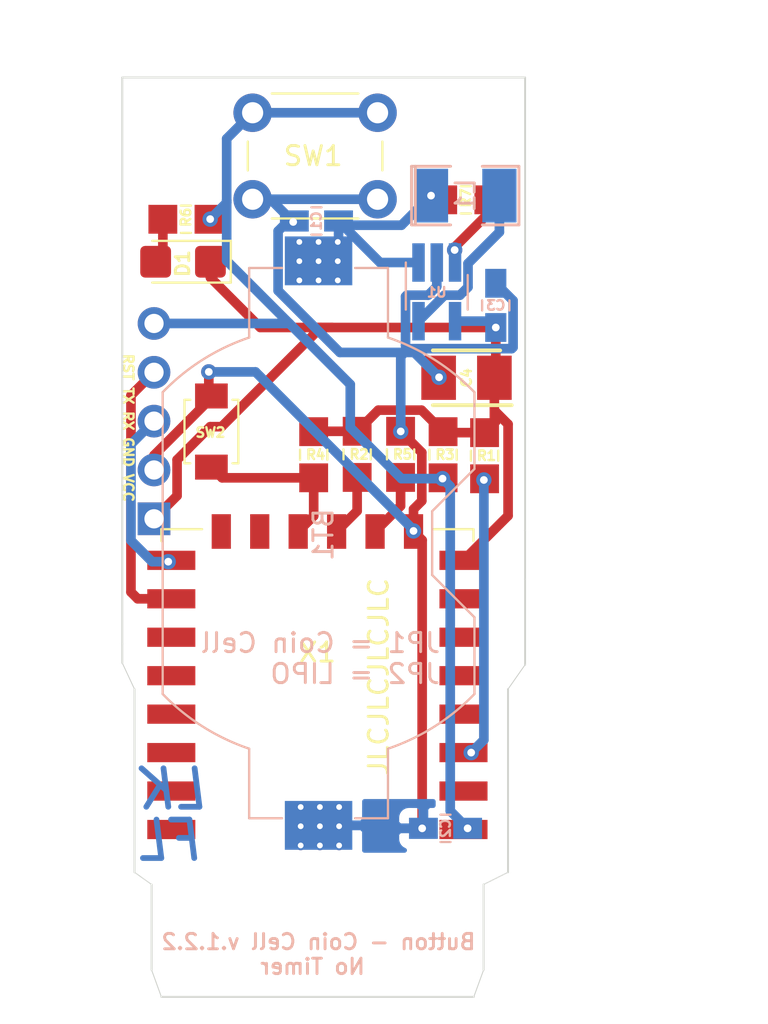
<source format=kicad_pcb>
(kicad_pcb (version 20171130) (host pcbnew "(5.1.9)-1")

  (general
    (thickness 1.6)
    (drawings 26)
    (tracks 151)
    (zones 0)
    (modules 19)
    (nets 14)
  )

  (page A4)
  (layers
    (0 F.Cu signal)
    (31 B.Cu signal)
    (32 B.Adhes user)
    (33 F.Adhes user)
    (34 B.Paste user)
    (35 F.Paste user)
    (36 B.SilkS user)
    (37 F.SilkS user)
    (38 B.Mask user)
    (39 F.Mask user)
    (40 Dwgs.User user)
    (41 Cmts.User user)
    (42 Eco1.User user)
    (43 Eco2.User user)
    (44 Edge.Cuts user)
    (45 Margin user)
    (46 B.CrtYd user hide)
    (47 F.CrtYd user hide)
    (48 B.Fab user hide)
    (49 F.Fab user)
  )

  (setup
    (last_trace_width 0.5)
    (user_trace_width 0.5)
    (trace_clearance 0.1)
    (zone_clearance 0.508)
    (zone_45_only no)
    (trace_min 0.2)
    (via_size 0.8)
    (via_drill 0.4)
    (via_min_size 0.4)
    (via_min_drill 0.3)
    (user_via 0.5 0.3)
    (uvia_size 0.3)
    (uvia_drill 0.1)
    (uvias_allowed no)
    (uvia_min_size 0.2)
    (uvia_min_drill 0.1)
    (edge_width 0.05)
    (segment_width 0.2)
    (pcb_text_width 0.3)
    (pcb_text_size 1.5 1.5)
    (mod_edge_width 0.12)
    (mod_text_size 1 1)
    (mod_text_width 0.15)
    (pad_size 1.524 1.524)
    (pad_drill 0.762)
    (pad_to_mask_clearance 0.051)
    (solder_mask_min_width 0.25)
    (aux_axis_origin 0 0)
    (visible_elements 7FFFFFFF)
    (pcbplotparams
      (layerselection 0x010fc_ffffffff)
      (usegerberextensions false)
      (usegerberattributes false)
      (usegerberadvancedattributes true)
      (creategerberjobfile false)
      (excludeedgelayer true)
      (linewidth 0.150000)
      (plotframeref false)
      (viasonmask false)
      (mode 1)
      (useauxorigin true)
      (hpglpennumber 1)
      (hpglpenspeed 20)
      (hpglpendiameter 15.000000)
      (psnegative false)
      (psa4output false)
      (plotreference true)
      (plotvalue true)
      (plotinvisibletext false)
      (padsonsilk false)
      (subtractmaskfromsilk false)
      (outputformat 1)
      (mirror false)
      (drillshape 0)
      (scaleselection 1)
      (outputdirectory "Gerber/"))
  )

  (net 0 "")
  (net 1 /VCC)
  (net 2 /GND)
  (net 3 /RST)
  (net 4 /RX)
  (net 5 /TX)
  (net 6 /EN)
  (net 7 /GPIO2)
  (net 8 /GPIO0)
  (net 9 "Net-(BT1-Pad1)")
  (net 10 "Net-(L1-Pad2)")
  (net 11 /GPIO15)
  (net 12 "Net-(R7-Pad2)")
  (net 13 "Net-(D1-Pad2)")

  (net_class Default "This is the default net class."
    (clearance 0.1)
    (trace_width 0.25)
    (via_dia 0.8)
    (via_drill 0.4)
    (uvia_dia 0.3)
    (uvia_drill 0.1)
    (add_net /EN)
    (add_net /GND)
    (add_net /GPIO0)
    (add_net /GPIO15)
    (add_net /GPIO2)
    (add_net /RST)
    (add_net /RX)
    (add_net /TX)
    (add_net /VCC)
    (add_net "Net-(BT1-Pad1)")
    (add_net "Net-(D1-Pad2)")
    (add_net "Net-(L1-Pad2)")
    (add_net "Net-(R7-Pad2)")
  )

  (module SamacSys_Parts:CAPPM3528X210N (layer F.Cu) (tedit 60362B51) (tstamp 60369093)
    (at 133.477 70.16496 180)
    (descr "CASE B")
    (tags "Capacitor Polarised")
    (path /60363F43)
    (attr smd)
    (fp_text reference C4 (at 0 0 270) (layer F.SilkS)
      (effects (font (size 0.5 0.5) (thickness 0.125)))
    )
    (fp_text value TAJB476M010TNJ (at 0 0 180) (layer F.SilkS) hide
      (effects (font (size 1.27 1.27) (thickness 0.254)))
    )
    (fp_text user %R (at 0 0 180) (layer F.Fab)
      (effects (font (size 1.27 1.27) (thickness 0.254)))
    )
    (fp_line (start -1.75 1.425) (end 1.75 1.425) (layer F.SilkS) (width 0.2))
    (fp_line (start 1.75 -1.425) (end -2.35 -1.425) (layer F.SilkS) (width 0.2))
    (fp_line (start -1.75 -0.525) (end -0.85 -1.425) (layer F.Fab) (width 0.1))
    (fp_line (start -1.75 1.425) (end -1.75 -1.425) (layer F.Fab) (width 0.1))
    (fp_line (start 1.75 1.425) (end -1.75 1.425) (layer F.Fab) (width 0.1))
    (fp_line (start 1.75 -1.425) (end 1.75 1.425) (layer F.Fab) (width 0.1))
    (fp_line (start -1.75 -1.425) (end 1.75 -1.425) (layer F.Fab) (width 0.1))
    (fp_line (start -2.6 1.75) (end -2.6 -1.75) (layer F.CrtYd) (width 0.05))
    (fp_line (start 2.6 1.75) (end -2.6 1.75) (layer F.CrtYd) (width 0.05))
    (fp_line (start 2.6 -1.75) (end 2.6 1.75) (layer F.CrtYd) (width 0.05))
    (fp_line (start -2.6 -1.75) (end 2.6 -1.75) (layer F.CrtYd) (width 0.05))
    (pad 2 smd rect (at 1.45 0 180) (size 1.8 2.3) (layers F.Cu F.Paste F.Mask)
      (net 2 /GND))
    (pad 1 smd rect (at -1.45 0 180) (size 1.8 2.3) (layers F.Cu F.Paste F.Mask)
      (net 1 /VCC))
    (model "C:\\Program Files\\KiCad\\SamacSys_Parts.3dshapes\\TAJB476M010TNJ.stp"
      (at (xyz 0 0 0))
      (scale (xyz 1 1 1))
      (rotate (xyz 0 0 0))
    )
  )

  (module handsolder:C_0805_2012handsodermod (layer B.Cu) (tedit 603591CC) (tstamp 603267C3)
    (at 125.67 62.01)
    (descr "Capacitor SMD 0805 (2012 Metric), square (rectangular) end terminal, IPC_7351 nominal with elongated pad for handsoldering. (Body size source: https://docs.google.com/spreadsheets/d/1BsfQQcO9C6DZCsRaXUlFlo91Tg2WpOkGARC1WS5S8t0/edit?usp=sharing), generated with kicad-footprint-generator")
    (tags "capacitor handsolder")
    (path /602D0C1F)
    (attr smd)
    (fp_text reference C1 (at 0 0 -90) (layer B.SilkS)
      (effects (font (size 0.5 0.5) (thickness 0.125)) (justify mirror))
    )
    (fp_text value 10uF (at 0 -1.65) (layer B.Fab) hide
      (effects (font (size 1 1) (thickness 0.15)) (justify mirror))
    )
    (fp_line (start -1 -0.6) (end -1 0.6) (layer B.Fab) (width 0.1))
    (fp_line (start -1 0.6) (end 1 0.6) (layer B.Fab) (width 0.1))
    (fp_line (start 1 0.6) (end 1 -0.6) (layer B.Fab) (width 0.1))
    (fp_line (start 1 -0.6) (end -1 -0.6) (layer B.Fab) (width 0.1))
    (fp_line (start -0.261252 0.71) (end 0.261252 0.71) (layer B.SilkS) (width 0.12))
    (fp_line (start -0.261252 -0.71) (end 0.261252 -0.71) (layer B.SilkS) (width 0.12))
    (fp_line (start -2 -0.95) (end -2 0.95) (layer B.CrtYd) (width 0.05))
    (fp_line (start -2 0.95) (end 2.05 0.95) (layer B.CrtYd) (width 0.05))
    (fp_line (start 2.05 0.95) (end 2.05 -0.95) (layer B.CrtYd) (width 0.05))
    (fp_line (start 2.05 -0.95) (end -2 -0.95) (layer B.CrtYd) (width 0.05))
    (fp_text user %R (at 0 0) (layer B.Fab)
      (effects (font (size 0.5 0.5) (thickness 0.08)) (justify mirror))
    )
    (pad 2 smd rect (at 1.15 0) (size 1.5 1.1) (layers B.Cu B.Paste B.Mask)
      (net 9 "Net-(BT1-Pad1)"))
    (pad 1 smd rect (at -1.15 0) (size 1.5 1.1) (layers B.Cu B.Paste B.Mask)
      (net 2 /GND))
    (model ${KISYS3DMOD}/Capacitor_SMD.3dshapes/C_0805_2012Metric.wrl
      (at (xyz 0 0 0))
      (scale (xyz 1 1 1))
      (rotate (xyz 0 0 0))
    )
  )

  (module handsolder:C_0805_2012handsodermod (layer B.Cu) (tedit 603591CC) (tstamp 603267E5)
    (at 135 66.4 90)
    (descr "Capacitor SMD 0805 (2012 Metric), square (rectangular) end terminal, IPC_7351 nominal with elongated pad for handsoldering. (Body size source: https://docs.google.com/spreadsheets/d/1BsfQQcO9C6DZCsRaXUlFlo91Tg2WpOkGARC1WS5S8t0/edit?usp=sharing), generated with kicad-footprint-generator")
    (tags "capacitor handsolder")
    (path /602E3D4A)
    (attr smd)
    (fp_text reference C3 (at 0 0 180) (layer B.SilkS)
      (effects (font (size 0.5 0.5) (thickness 0.125)) (justify mirror))
    )
    (fp_text value 10uF (at 0 -1.65 90) (layer B.Fab) hide
      (effects (font (size 1 1) (thickness 0.15)) (justify mirror))
    )
    (fp_line (start -1 -0.6) (end -1 0.6) (layer B.Fab) (width 0.1))
    (fp_line (start -1 0.6) (end 1 0.6) (layer B.Fab) (width 0.1))
    (fp_line (start 1 0.6) (end 1 -0.6) (layer B.Fab) (width 0.1))
    (fp_line (start 1 -0.6) (end -1 -0.6) (layer B.Fab) (width 0.1))
    (fp_line (start -0.261252 0.71) (end 0.261252 0.71) (layer B.SilkS) (width 0.12))
    (fp_line (start -0.261252 -0.71) (end 0.261252 -0.71) (layer B.SilkS) (width 0.12))
    (fp_line (start -2 -0.95) (end -2 0.95) (layer B.CrtYd) (width 0.05))
    (fp_line (start -2 0.95) (end 2.05 0.95) (layer B.CrtYd) (width 0.05))
    (fp_line (start 2.05 0.95) (end 2.05 -0.95) (layer B.CrtYd) (width 0.05))
    (fp_line (start 2.05 -0.95) (end -2 -0.95) (layer B.CrtYd) (width 0.05))
    (fp_text user %R (at 0 0 90) (layer B.Fab)
      (effects (font (size 0.5 0.5) (thickness 0.08)) (justify mirror))
    )
    (pad 2 smd rect (at 1.15 0 90) (size 1.5 1.1) (layers B.Cu B.Paste B.Mask)
      (net 2 /GND))
    (pad 1 smd rect (at -1.15 0 90) (size 1.5 1.1) (layers B.Cu B.Paste B.Mask)
      (net 1 /VCC))
    (model ${KISYS3DMOD}/Capacitor_SMD.3dshapes/C_0805_2012Metric.wrl
      (at (xyz 0 0 0))
      (scale (xyz 1 1 1))
      (rotate (xyz 0 0 0))
    )
  )

  (module handsolder:C_0805_2012handsodermod (layer B.Cu) (tedit 603591CC) (tstamp 603267D4)
    (at 132.3848 93.599)
    (descr "Capacitor SMD 0805 (2012 Metric), square (rectangular) end terminal, IPC_7351 nominal with elongated pad for handsoldering. (Body size source: https://docs.google.com/spreadsheets/d/1BsfQQcO9C6DZCsRaXUlFlo91Tg2WpOkGARC1WS5S8t0/edit?usp=sharing), generated with kicad-footprint-generator")
    (tags "capacitor handsolder")
    (path /602C896A)
    (attr smd)
    (fp_text reference C2 (at 0 0 -90) (layer B.SilkS)
      (effects (font (size 0.5 0.5) (thickness 0.125)) (justify mirror))
    )
    (fp_text value 100nF (at 0 -1.65) (layer B.Fab) hide
      (effects (font (size 1 1) (thickness 0.15)) (justify mirror))
    )
    (fp_line (start -1 -0.6) (end -1 0.6) (layer B.Fab) (width 0.1))
    (fp_line (start -1 0.6) (end 1 0.6) (layer B.Fab) (width 0.1))
    (fp_line (start 1 0.6) (end 1 -0.6) (layer B.Fab) (width 0.1))
    (fp_line (start 1 -0.6) (end -1 -0.6) (layer B.Fab) (width 0.1))
    (fp_line (start -0.261252 0.71) (end 0.261252 0.71) (layer B.SilkS) (width 0.12))
    (fp_line (start -0.261252 -0.71) (end 0.261252 -0.71) (layer B.SilkS) (width 0.12))
    (fp_line (start -2 -0.95) (end -2 0.95) (layer B.CrtYd) (width 0.05))
    (fp_line (start -2 0.95) (end 2.05 0.95) (layer B.CrtYd) (width 0.05))
    (fp_line (start 2.05 0.95) (end 2.05 -0.95) (layer B.CrtYd) (width 0.05))
    (fp_line (start 2.05 -0.95) (end -2 -0.95) (layer B.CrtYd) (width 0.05))
    (fp_text user %R (at 0 0) (layer B.Fab)
      (effects (font (size 0.5 0.5) (thickness 0.08)) (justify mirror))
    )
    (pad 2 smd rect (at 1.15 0) (size 1.5 1.1) (layers B.Cu B.Paste B.Mask)
      (net 3 /RST))
    (pad 1 smd rect (at -1.15 0) (size 1.5 1.1) (layers B.Cu B.Paste B.Mask)
      (net 2 /GND))
    (model ${KISYS3DMOD}/Capacitor_SMD.3dshapes/C_0805_2012Metric.wrl
      (at (xyz 0 0 0))
      (scale (xyz 1 1 1))
      (rotate (xyz 0 0 0))
    )
  )

  (module handsolder:SOT-23-5_HandSolderingmod (layer B.Cu) (tedit 6035922E) (tstamp 60329F06)
    (at 131.93 65.72 270)
    (descr "5-pin SOT23 package")
    (tags "SOT-23-5 hand-soldering")
    (path /6033543B)
    (attr smd)
    (fp_text reference U1 (at 0 0 180) (layer B.SilkS)
      (effects (font (size 0.5 0.5) (thickness 0.125)) (justify mirror))
    )
    (fp_text value TPS61097A (at 10.287 -1.143 90) (layer B.SilkS) hide
      (effects (font (size 1 1) (thickness 0.15)) (justify mirror))
    )
    (fp_line (start -0.9 -1.61) (end 0.9 -1.61) (layer B.SilkS) (width 0.12))
    (fp_line (start 0.9 1.61) (end -1.55 1.61) (layer B.SilkS) (width 0.12))
    (fp_line (start -0.9 0.9) (end -0.25 1.55) (layer B.Fab) (width 0.1))
    (fp_line (start 0.9 1.55) (end -0.25 1.55) (layer B.Fab) (width 0.1))
    (fp_line (start -0.9 0.9) (end -0.9 -1.55) (layer B.Fab) (width 0.1))
    (fp_line (start 0.9 -1.55) (end -0.9 -1.55) (layer B.Fab) (width 0.1))
    (fp_line (start 0.9 1.55) (end 0.9 -1.55) (layer B.Fab) (width 0.1))
    (fp_line (start -2.38 1.8) (end 2.38 1.8) (layer B.CrtYd) (width 0.05))
    (fp_line (start -2.38 1.8) (end -2.38 -1.8) (layer B.CrtYd) (width 0.05))
    (fp_line (start 2.38 -1.8) (end 2.38 1.8) (layer B.CrtYd) (width 0.05))
    (fp_line (start 2.38 -1.8) (end -2.38 -1.8) (layer B.CrtYd) (width 0.05))
    (fp_text user %R (at 0 0) (layer B.Fab)
      (effects (font (size 0.5 0.5) (thickness 0.075)) (justify mirror))
    )
    (pad 5 smd rect (at 1.5 0.95 270) (size 2 0.65) (layers B.Cu B.Paste B.Mask)
      (net 10 "Net-(L1-Pad2)"))
    (pad 4 smd rect (at 1.5 -0.95 270) (size 2 0.65) (layers B.Cu B.Paste B.Mask)
      (net 1 /VCC))
    (pad 3 smd rect (at -1.55 -0.95 270) (size 2 0.65) (layers B.Cu B.Paste B.Mask)
      (net 12 "Net-(R7-Pad2)"))
    (pad 2 smd trapezoid (at -1.55 0 270) (size 2 0.65) (layers B.Cu B.Paste B.Mask)
      (net 2 /GND))
    (pad 1 smd rect (at -1.55 0.95 270) (size 2 0.65) (layers B.Cu B.Paste B.Mask)
      (net 9 "Net-(BT1-Pad1)"))
    (model ${KISYS3DMOD}/Package_TO_SOT_SMD.3dshapes/SOT-23-5.wrl
      (at (xyz 0 0 0))
      (scale (xyz 1 1 1))
      (rotate (xyz 0 0 0))
    )
  )

  (module handsolder:R_0805_2012handsoldermod (layer F.Cu) (tedit 60358F22) (tstamp 603268D0)
    (at 133.44 60.91)
    (descr "Resistor SMD 0805 (2012 Metric), square (rectangular) end terminal, IPC_7351 nominal with elongated pad for handsoldering. (Body size source: https://docs.google.com/spreadsheets/d/1BsfQQcO9C6DZCsRaXUlFlo91Tg2WpOkGARC1WS5S8t0/edit?usp=sharing), generated with kicad-footprint-generator")
    (tags "resistor handsolder")
    (path /602F7A06)
    (attr smd)
    (fp_text reference R7 (at 0 -0.1 90) (layer F.SilkS)
      (effects (font (size 0.5 0.5) (thickness 0.125)))
    )
    (fp_text value 100k (at 0 1.65) (layer F.Fab) hide
      (effects (font (size 1 1) (thickness 0.15)))
    )
    (fp_line (start -1 0.6) (end -1 -0.6) (layer F.Fab) (width 0.1))
    (fp_line (start -1 -0.6) (end 1 -0.6) (layer F.Fab) (width 0.1))
    (fp_line (start 1 -0.6) (end 1 0.6) (layer F.Fab) (width 0.1))
    (fp_line (start 1 0.6) (end -1 0.6) (layer F.Fab) (width 0.1))
    (fp_line (start -0.261252 -0.71) (end 0.261252 -0.71) (layer F.SilkS) (width 0.12))
    (fp_line (start -0.261252 0.71) (end 0.261252 0.71) (layer F.SilkS) (width 0.12))
    (fp_line (start -2.05 0.95) (end -2.05 -0.95) (layer F.CrtYd) (width 0.05))
    (fp_line (start -2.05 -0.95) (end 2.05 -0.95) (layer F.CrtYd) (width 0.05))
    (fp_line (start 2.05 -0.95) (end 2.05 0.95) (layer F.CrtYd) (width 0.05))
    (fp_line (start 2.05 0.95) (end -2.05 0.95) (layer F.CrtYd) (width 0.05))
    (fp_text user %R (at 0 0) (layer F.Fab)
      (effects (font (size 0.5 0.5) (thickness 0.08)))
    )
    (pad 2 smd rect (at 1.2 0) (size 1.5 1.5) (layers F.Cu F.Paste F.Mask)
      (net 12 "Net-(R7-Pad2)"))
    (pad 1 smd rect (at -1.2 0) (size 1.5 1.5) (layers F.Cu F.Paste F.Mask)
      (net 9 "Net-(BT1-Pad1)"))
    (model ${KISYS3DMOD}/Resistor_SMD.3dshapes/R_0805_2012Metric.wrl
      (at (xyz 0 0 0))
      (scale (xyz 1 1 1))
      (rotate (xyz 0 0 0))
    )
  )

  (module handsolder:R_0805_2012handsoldermod (layer F.Cu) (tedit 60358F22) (tstamp 603268BF)
    (at 118.88 61.92)
    (descr "Resistor SMD 0805 (2012 Metric), square (rectangular) end terminal, IPC_7351 nominal with elongated pad for handsoldering. (Body size source: https://docs.google.com/spreadsheets/d/1BsfQQcO9C6DZCsRaXUlFlo91Tg2WpOkGARC1WS5S8t0/edit?usp=sharing), generated with kicad-footprint-generator")
    (tags "resistor handsolder")
    (path /602D454A)
    (attr smd)
    (fp_text reference R6 (at 0 -0.1 90) (layer F.SilkS)
      (effects (font (size 0.5 0.5) (thickness 0.125)))
    )
    (fp_text value 1k (at 0 1.65) (layer F.Fab) hide
      (effects (font (size 1 1) (thickness 0.15)))
    )
    (fp_line (start -1 0.6) (end -1 -0.6) (layer F.Fab) (width 0.1))
    (fp_line (start -1 -0.6) (end 1 -0.6) (layer F.Fab) (width 0.1))
    (fp_line (start 1 -0.6) (end 1 0.6) (layer F.Fab) (width 0.1))
    (fp_line (start 1 0.6) (end -1 0.6) (layer F.Fab) (width 0.1))
    (fp_line (start -0.261252 -0.71) (end 0.261252 -0.71) (layer F.SilkS) (width 0.12))
    (fp_line (start -0.261252 0.71) (end 0.261252 0.71) (layer F.SilkS) (width 0.12))
    (fp_line (start -2.05 0.95) (end -2.05 -0.95) (layer F.CrtYd) (width 0.05))
    (fp_line (start -2.05 -0.95) (end 2.05 -0.95) (layer F.CrtYd) (width 0.05))
    (fp_line (start 2.05 -0.95) (end 2.05 0.95) (layer F.CrtYd) (width 0.05))
    (fp_line (start 2.05 0.95) (end -2.05 0.95) (layer F.CrtYd) (width 0.05))
    (fp_text user %R (at 0 0) (layer F.Fab)
      (effects (font (size 0.5 0.5) (thickness 0.08)))
    )
    (pad 2 smd rect (at 1.2 0) (size 1.5 1.5) (layers F.Cu F.Paste F.Mask)
      (net 3 /RST))
    (pad 1 smd rect (at -1.2 0) (size 1.5 1.5) (layers F.Cu F.Paste F.Mask)
      (net 13 "Net-(D1-Pad2)"))
    (model ${KISYS3DMOD}/Resistor_SMD.3dshapes/R_0805_2012Metric.wrl
      (at (xyz 0 0 0))
      (scale (xyz 1 1 1))
      (rotate (xyz 0 0 0))
    )
  )

  (module handsolder:R_0805_2012handsoldermod (layer F.Cu) (tedit 60358F22) (tstamp 603268AE)
    (at 130.048 74.1488 270)
    (descr "Resistor SMD 0805 (2012 Metric), square (rectangular) end terminal, IPC_7351 nominal with elongated pad for handsoldering. (Body size source: https://docs.google.com/spreadsheets/d/1BsfQQcO9C6DZCsRaXUlFlo91Tg2WpOkGARC1WS5S8t0/edit?usp=sharing), generated with kicad-footprint-generator")
    (tags "resistor handsolder")
    (path /602CA91E)
    (attr smd)
    (fp_text reference R5 (at 0 -0.1) (layer F.SilkS)
      (effects (font (size 0.5 0.5) (thickness 0.125)))
    )
    (fp_text value 4.7k (at 0 1.65 90) (layer F.Fab) hide
      (effects (font (size 1 1) (thickness 0.15)))
    )
    (fp_line (start -1 0.6) (end -1 -0.6) (layer F.Fab) (width 0.1))
    (fp_line (start -1 -0.6) (end 1 -0.6) (layer F.Fab) (width 0.1))
    (fp_line (start 1 -0.6) (end 1 0.6) (layer F.Fab) (width 0.1))
    (fp_line (start 1 0.6) (end -1 0.6) (layer F.Fab) (width 0.1))
    (fp_line (start -0.261252 -0.71) (end 0.261252 -0.71) (layer F.SilkS) (width 0.12))
    (fp_line (start -0.261252 0.71) (end 0.261252 0.71) (layer F.SilkS) (width 0.12))
    (fp_line (start -2.05 0.95) (end -2.05 -0.95) (layer F.CrtYd) (width 0.05))
    (fp_line (start -2.05 -0.95) (end 2.05 -0.95) (layer F.CrtYd) (width 0.05))
    (fp_line (start 2.05 -0.95) (end 2.05 0.95) (layer F.CrtYd) (width 0.05))
    (fp_line (start 2.05 0.95) (end -2.05 0.95) (layer F.CrtYd) (width 0.05))
    (fp_text user %R (at 0 0 90) (layer F.Fab)
      (effects (font (size 0.5 0.5) (thickness 0.08)))
    )
    (pad 2 smd rect (at 1.2 0 270) (size 1.5 1.5) (layers F.Cu F.Paste F.Mask)
      (net 11 /GPIO15))
    (pad 1 smd rect (at -1.2 0 270) (size 1.5 1.5) (layers F.Cu F.Paste F.Mask)
      (net 2 /GND))
    (model ${KISYS3DMOD}/Resistor_SMD.3dshapes/R_0805_2012Metric.wrl
      (at (xyz 0 0 0))
      (scale (xyz 1 1 1))
      (rotate (xyz 0 0 0))
    )
  )

  (module handsolder:R_0805_2012handsoldermod (layer F.Cu) (tedit 60358F22) (tstamp 6032689D)
    (at 125.5268 74.168 270)
    (descr "Resistor SMD 0805 (2012 Metric), square (rectangular) end terminal, IPC_7351 nominal with elongated pad for handsoldering. (Body size source: https://docs.google.com/spreadsheets/d/1BsfQQcO9C6DZCsRaXUlFlo91Tg2WpOkGARC1WS5S8t0/edit?usp=sharing), generated with kicad-footprint-generator")
    (tags "resistor handsolder")
    (path /602CA541)
    (attr smd)
    (fp_text reference R4 (at 0 -0.1) (layer F.SilkS)
      (effects (font (size 0.5 0.5) (thickness 0.125)))
    )
    (fp_text value 10k (at 0 1.65 90) (layer F.Fab) hide
      (effects (font (size 1 1) (thickness 0.15)))
    )
    (fp_line (start -1 0.6) (end -1 -0.6) (layer F.Fab) (width 0.1))
    (fp_line (start -1 -0.6) (end 1 -0.6) (layer F.Fab) (width 0.1))
    (fp_line (start 1 -0.6) (end 1 0.6) (layer F.Fab) (width 0.1))
    (fp_line (start 1 0.6) (end -1 0.6) (layer F.Fab) (width 0.1))
    (fp_line (start -0.261252 -0.71) (end 0.261252 -0.71) (layer F.SilkS) (width 0.12))
    (fp_line (start -0.261252 0.71) (end 0.261252 0.71) (layer F.SilkS) (width 0.12))
    (fp_line (start -2.05 0.95) (end -2.05 -0.95) (layer F.CrtYd) (width 0.05))
    (fp_line (start -2.05 -0.95) (end 2.05 -0.95) (layer F.CrtYd) (width 0.05))
    (fp_line (start 2.05 -0.95) (end 2.05 0.95) (layer F.CrtYd) (width 0.05))
    (fp_line (start 2.05 0.95) (end -2.05 0.95) (layer F.CrtYd) (width 0.05))
    (fp_text user %R (at 0 0 90) (layer F.Fab)
      (effects (font (size 0.5 0.5) (thickness 0.08)))
    )
    (pad 2 smd rect (at 1.2 0 270) (size 1.5 1.5) (layers F.Cu F.Paste F.Mask)
      (net 8 /GPIO0))
    (pad 1 smd rect (at -1.2 0 270) (size 1.5 1.5) (layers F.Cu F.Paste F.Mask)
      (net 1 /VCC))
    (model ${KISYS3DMOD}/Resistor_SMD.3dshapes/R_0805_2012Metric.wrl
      (at (xyz 0 0 0))
      (scale (xyz 1 1 1))
      (rotate (xyz 0 0 0))
    )
  )

  (module handsolder:R_0805_2012handsoldermod (layer F.Cu) (tedit 60358F22) (tstamp 6032688C)
    (at 132.2578 74.168 270)
    (descr "Resistor SMD 0805 (2012 Metric), square (rectangular) end terminal, IPC_7351 nominal with elongated pad for handsoldering. (Body size source: https://docs.google.com/spreadsheets/d/1BsfQQcO9C6DZCsRaXUlFlo91Tg2WpOkGARC1WS5S8t0/edit?usp=sharing), generated with kicad-footprint-generator")
    (tags "resistor handsolder")
    (path /602C7954)
    (attr smd)
    (fp_text reference R3 (at 0 -0.1) (layer F.SilkS)
      (effects (font (size 0.5 0.5) (thickness 0.125)))
    )
    (fp_text value 10k (at 0 1.65 90) (layer F.Fab) hide
      (effects (font (size 1 1) (thickness 0.15)))
    )
    (fp_line (start -1 0.6) (end -1 -0.6) (layer F.Fab) (width 0.1))
    (fp_line (start -1 -0.6) (end 1 -0.6) (layer F.Fab) (width 0.1))
    (fp_line (start 1 -0.6) (end 1 0.6) (layer F.Fab) (width 0.1))
    (fp_line (start 1 0.6) (end -1 0.6) (layer F.Fab) (width 0.1))
    (fp_line (start -0.261252 -0.71) (end 0.261252 -0.71) (layer F.SilkS) (width 0.12))
    (fp_line (start -0.261252 0.71) (end 0.261252 0.71) (layer F.SilkS) (width 0.12))
    (fp_line (start -2.05 0.95) (end -2.05 -0.95) (layer F.CrtYd) (width 0.05))
    (fp_line (start -2.05 -0.95) (end 2.05 -0.95) (layer F.CrtYd) (width 0.05))
    (fp_line (start 2.05 -0.95) (end 2.05 0.95) (layer F.CrtYd) (width 0.05))
    (fp_line (start 2.05 0.95) (end -2.05 0.95) (layer F.CrtYd) (width 0.05))
    (fp_text user %R (at 0 0 90) (layer F.Fab)
      (effects (font (size 0.5 0.5) (thickness 0.08)))
    )
    (pad 2 smd rect (at 1.2 0 270) (size 1.5 1.5) (layers F.Cu F.Paste F.Mask)
      (net 3 /RST))
    (pad 1 smd rect (at -1.2 0 270) (size 1.5 1.5) (layers F.Cu F.Paste F.Mask)
      (net 1 /VCC))
    (model ${KISYS3DMOD}/Resistor_SMD.3dshapes/R_0805_2012Metric.wrl
      (at (xyz 0 0 0))
      (scale (xyz 1 1 1))
      (rotate (xyz 0 0 0))
    )
  )

  (module handsolder:R_0805_2012handsoldermod (layer F.Cu) (tedit 60358F22) (tstamp 6032687B)
    (at 127.7874 74.1488 270)
    (descr "Resistor SMD 0805 (2012 Metric), square (rectangular) end terminal, IPC_7351 nominal with elongated pad for handsoldering. (Body size source: https://docs.google.com/spreadsheets/d/1BsfQQcO9C6DZCsRaXUlFlo91Tg2WpOkGARC1WS5S8t0/edit?usp=sharing), generated with kicad-footprint-generator")
    (tags "resistor handsolder")
    (path /602CC605)
    (attr smd)
    (fp_text reference R2 (at 0 -0.1) (layer F.SilkS)
      (effects (font (size 0.5 0.5) (thickness 0.125)))
    )
    (fp_text value 10k (at 0 1.65 90) (layer F.Fab) hide
      (effects (font (size 1 1) (thickness 0.15)))
    )
    (fp_line (start -1 0.6) (end -1 -0.6) (layer F.Fab) (width 0.1))
    (fp_line (start -1 -0.6) (end 1 -0.6) (layer F.Fab) (width 0.1))
    (fp_line (start 1 -0.6) (end 1 0.6) (layer F.Fab) (width 0.1))
    (fp_line (start 1 0.6) (end -1 0.6) (layer F.Fab) (width 0.1))
    (fp_line (start -0.261252 -0.71) (end 0.261252 -0.71) (layer F.SilkS) (width 0.12))
    (fp_line (start -0.261252 0.71) (end 0.261252 0.71) (layer F.SilkS) (width 0.12))
    (fp_line (start -2.05 0.95) (end -2.05 -0.95) (layer F.CrtYd) (width 0.05))
    (fp_line (start -2.05 -0.95) (end 2.05 -0.95) (layer F.CrtYd) (width 0.05))
    (fp_line (start 2.05 -0.95) (end 2.05 0.95) (layer F.CrtYd) (width 0.05))
    (fp_line (start 2.05 0.95) (end -2.05 0.95) (layer F.CrtYd) (width 0.05))
    (fp_text user %R (at 0 0 90) (layer F.Fab)
      (effects (font (size 0.5 0.5) (thickness 0.08)))
    )
    (pad 2 smd rect (at 1.2 0 270) (size 1.5 1.5) (layers F.Cu F.Paste F.Mask)
      (net 7 /GPIO2))
    (pad 1 smd rect (at -1.2 0 270) (size 1.5 1.5) (layers F.Cu F.Paste F.Mask)
      (net 1 /VCC))
    (model ${KISYS3DMOD}/Resistor_SMD.3dshapes/R_0805_2012Metric.wrl
      (at (xyz 0 0 0))
      (scale (xyz 1 1 1))
      (rotate (xyz 0 0 0))
    )
  )

  (module handsolder:R_0805_2012handsoldermod (layer F.Cu) (tedit 60358F22) (tstamp 6032686A)
    (at 134.4168 74.2188 270)
    (descr "Resistor SMD 0805 (2012 Metric), square (rectangular) end terminal, IPC_7351 nominal with elongated pad for handsoldering. (Body size source: https://docs.google.com/spreadsheets/d/1BsfQQcO9C6DZCsRaXUlFlo91Tg2WpOkGARC1WS5S8t0/edit?usp=sharing), generated with kicad-footprint-generator")
    (tags "resistor handsolder")
    (path /602C727C)
    (attr smd)
    (fp_text reference R1 (at 0 -0.1) (layer F.SilkS)
      (effects (font (size 0.5 0.5) (thickness 0.125)))
    )
    (fp_text value 10k (at 0 1.65 90) (layer F.Fab) hide
      (effects (font (size 1 1) (thickness 0.15)))
    )
    (fp_line (start -1 0.6) (end -1 -0.6) (layer F.Fab) (width 0.1))
    (fp_line (start -1 -0.6) (end 1 -0.6) (layer F.Fab) (width 0.1))
    (fp_line (start 1 -0.6) (end 1 0.6) (layer F.Fab) (width 0.1))
    (fp_line (start 1 0.6) (end -1 0.6) (layer F.Fab) (width 0.1))
    (fp_line (start -0.261252 -0.71) (end 0.261252 -0.71) (layer F.SilkS) (width 0.12))
    (fp_line (start -0.261252 0.71) (end 0.261252 0.71) (layer F.SilkS) (width 0.12))
    (fp_line (start -2.05 0.95) (end -2.05 -0.95) (layer F.CrtYd) (width 0.05))
    (fp_line (start -2.05 -0.95) (end 2.05 -0.95) (layer F.CrtYd) (width 0.05))
    (fp_line (start 2.05 -0.95) (end 2.05 0.95) (layer F.CrtYd) (width 0.05))
    (fp_line (start 2.05 0.95) (end -2.05 0.95) (layer F.CrtYd) (width 0.05))
    (fp_text user %R (at 0 0 90) (layer F.Fab)
      (effects (font (size 0.5 0.5) (thickness 0.08)))
    )
    (pad 2 smd rect (at 1.2 0 270) (size 1.5 1.5) (layers F.Cu F.Paste F.Mask)
      (net 6 /EN))
    (pad 1 smd rect (at -1.2 0 270) (size 1.5 1.5) (layers F.Cu F.Paste F.Mask)
      (net 1 /VCC))
    (model ${KISYS3DMOD}/Resistor_SMD.3dshapes/R_0805_2012Metric.wrl
      (at (xyz 0 0 0))
      (scale (xyz 1 1 1))
      (rotate (xyz 0 0 0))
    )
  )

  (module handsolder:SW_PUSH_6mm_H8mm_mod (layer F.Cu) (tedit 60353762) (tstamp 60326911)
    (at 122.35 56.38)
    (descr "tactile push button, 6x6mm e.g. PHAP33xx series, height=8mm")
    (tags "tact sw push 6mm")
    (path /602CFCB7)
    (fp_text reference SW1 (at 3.15 2.25) (layer F.SilkS)
      (effects (font (size 1 1) (thickness 0.15)))
    )
    (fp_text value SW_Push (at 3.75 6.7) (layer F.Fab)
      (effects (font (size 1 1) (thickness 0.15)))
    )
    (fp_circle (center 3.25 2.25) (end 1.25 2.5) (layer F.Fab) (width 0.1))
    (fp_line (start 6.75 3) (end 6.75 1.5) (layer F.SilkS) (width 0.12))
    (fp_line (start 5.5 -1) (end 1 -1) (layer F.SilkS) (width 0.12))
    (fp_line (start -0.25 1.5) (end -0.25 3) (layer F.SilkS) (width 0.12))
    (fp_line (start 1 5.5) (end 5.5 5.5) (layer F.SilkS) (width 0.12))
    (fp_line (start 8 -1.25) (end 8 5.75) (layer F.CrtYd) (width 0.05))
    (fp_line (start 7.75 6) (end -1.25 6) (layer F.CrtYd) (width 0.05))
    (fp_line (start -1.5 5.75) (end -1.5 -1.25) (layer F.CrtYd) (width 0.05))
    (fp_line (start -1.25 -1.5) (end 7.75 -1.5) (layer F.CrtYd) (width 0.05))
    (fp_line (start -1.5 6) (end -1.25 6) (layer F.CrtYd) (width 0.05))
    (fp_line (start -1.5 5.75) (end -1.5 6) (layer F.CrtYd) (width 0.05))
    (fp_line (start -1.5 -1.5) (end -1.25 -1.5) (layer F.CrtYd) (width 0.05))
    (fp_line (start -1.5 -1.25) (end -1.5 -1.5) (layer F.CrtYd) (width 0.05))
    (fp_line (start 8 -1.5) (end 8 -1.25) (layer F.CrtYd) (width 0.05))
    (fp_line (start 7.75 -1.5) (end 8 -1.5) (layer F.CrtYd) (width 0.05))
    (fp_line (start 8 6) (end 8 5.75) (layer F.CrtYd) (width 0.05))
    (fp_line (start 7.75 6) (end 8 6) (layer F.CrtYd) (width 0.05))
    (fp_line (start 0.25 -0.75) (end 3.25 -0.75) (layer F.Fab) (width 0.1))
    (fp_line (start 0.25 5.25) (end 0.25 -0.75) (layer F.Fab) (width 0.1))
    (fp_line (start 6.25 5.25) (end 0.25 5.25) (layer F.Fab) (width 0.1))
    (fp_line (start 6.25 -0.75) (end 6.25 5.25) (layer F.Fab) (width 0.1))
    (fp_line (start 3.25 -0.75) (end 6.25 -0.75) (layer F.Fab) (width 0.1))
    (fp_text user %R (at 3.25 2.25) (layer F.Fab)
      (effects (font (size 1 1) (thickness 0.15)))
    )
    (pad 1 thru_hole circle (at 6.5 0 90) (size 2 2) (drill 1.1) (layers *.Cu *.Mask)
      (net 3 /RST))
    (pad 2 thru_hole circle (at 6.5 4.5 90) (size 2 2) (drill 1.1) (layers *.Cu *.Mask)
      (net 2 /GND))
    (pad 1 thru_hole circle (at 0 0 90) (size 2 2) (drill 1.1) (layers *.Cu *.Mask)
      (net 3 /RST))
    (pad 2 thru_hole circle (at 0 4.5 90) (size 2 2) (drill 1.1) (layers *.Cu *.Mask)
      (net 2 /GND))
    (model ${KISYS3DMOD}/Button_Switch_THT.3dshapes/SW_PUSH_6mm_H8mm.wrl
      (at (xyz 0 0 0))
      (scale (xyz 1 1 1))
      (rotate (xyz 0 0 0))
    )
  )

  (module handsolder:SW_SPST_B3U-1000P_mod (layer F.Cu) (tedit 60353A91) (tstamp 6032692A)
    (at 120.2055 72.9615 90)
    (descr "Ultra-small-sized Tactile Switch with High Contact Reliability, Top-actuated Model, without Ground Terminal, without Boss")
    (tags "Tactile Switch")
    (path /602CDBD4)
    (attr smd)
    (fp_text reference SW2 (at -0.05 -0.05) (layer F.SilkS)
      (effects (font (size 0.5 0.5) (thickness 0.125)))
    )
    (fp_text value SW_Push (at 0 2.5 90) (layer F.Fab)
      (effects (font (size 1 1) (thickness 0.15)))
    )
    (fp_line (start -2.5 1.65) (end 2.5 1.65) (layer F.CrtYd) (width 0.05))
    (fp_line (start 2.5 1.65) (end 2.5 -1.65) (layer F.CrtYd) (width 0.05))
    (fp_line (start 2.5 -1.65) (end -2.5 -1.65) (layer F.CrtYd) (width 0.05))
    (fp_line (start -2.5 -1.65) (end -2.5 1.65) (layer F.CrtYd) (width 0.05))
    (fp_line (start -1.65 1.1) (end -1.65 1.4) (layer F.SilkS) (width 0.12))
    (fp_line (start -1.65 1.4) (end 1.65 1.4) (layer F.SilkS) (width 0.12))
    (fp_line (start 1.65 1.4) (end 1.65 1.1) (layer F.SilkS) (width 0.12))
    (fp_line (start -1.65 -1.1) (end -1.65 -1.4) (layer F.SilkS) (width 0.12))
    (fp_line (start -1.65 -1.4) (end 1.65 -1.4) (layer F.SilkS) (width 0.12))
    (fp_line (start 1.65 -1.4) (end 1.65 -1.1) (layer F.SilkS) (width 0.12))
    (fp_line (start -1.5 -1.25) (end 1.5 -1.25) (layer F.Fab) (width 0.1))
    (fp_line (start 1.5 -1.25) (end 1.5 1.25) (layer F.Fab) (width 0.1))
    (fp_line (start 1.5 1.25) (end -1.5 1.25) (layer F.Fab) (width 0.1))
    (fp_line (start -1.5 1.25) (end -1.5 -1.25) (layer F.Fab) (width 0.1))
    (fp_circle (center 0 0) (end 0.75 0) (layer F.Fab) (width 0.1))
    (fp_text user %R (at 0 -2.5 90) (layer F.Fab)
      (effects (font (size 1 1) (thickness 0.15)))
    )
    (pad 2 smd rect (at 1.85 0 90) (size 1.3 1.7) (layers F.Cu F.Paste F.Mask)
      (net 2 /GND))
    (pad 1 smd rect (at -1.85 0 90) (size 1.3 1.7) (layers F.Cu F.Paste F.Mask)
      (net 8 /GPIO0))
    (model ${KISYS3DMOD}/Button_Switch_SMD.3dshapes/SW_SPST_B3U-1000P.wrl
      (at (xyz 0 0 0))
      (scale (xyz 1 1 1))
      (rotate (xyz 0 0 0))
    )
  )

  (module handsolder:PinSocket_1x05_P2.54mm_Vertical_mod (layer F.Cu) (tedit 603537B0) (tstamp 60326824)
    (at 117.22 77.5 180)
    (descr "Through hole straight socket strip, 1x05, 2.54mm pitch, single row (from Kicad 4.0.7), script generated")
    (tags "Through hole socket strip THT 1x05 2.54mm single row")
    (path /60301345)
    (fp_text reference J1 (at 0 -2.77) (layer F.SilkS) hide
      (effects (font (size 1 1) (thickness 0.15)))
    )
    (fp_text value Conn_01x05_Female (at 0 12.93) (layer F.Fab)
      (effects (font (size 1 1) (thickness 0.15)))
    )
    (fp_line (start -1.27 -1.27) (end 0.635 -1.27) (layer F.Fab) (width 0.1))
    (fp_line (start 0.635 -1.27) (end 1.27 -0.635) (layer F.Fab) (width 0.1))
    (fp_line (start 1.27 -0.635) (end 1.27 11.43) (layer F.Fab) (width 0.1))
    (fp_line (start 1.27 11.43) (end -1.27 11.43) (layer F.Fab) (width 0.1))
    (fp_line (start -1.27 11.43) (end -1.27 -1.27) (layer F.Fab) (width 0.1))
    (fp_line (start -1.8 -1.8) (end 1.75 -1.8) (layer F.CrtYd) (width 0.05))
    (fp_line (start 1.75 -1.8) (end 1.75 11.9) (layer F.CrtYd) (width 0.05))
    (fp_line (start 1.75 11.9) (end -1.8 11.9) (layer F.CrtYd) (width 0.05))
    (fp_line (start -1.8 11.9) (end -1.8 -1.8) (layer F.CrtYd) (width 0.05))
    (fp_text user %R (at 0 5.08 90) (layer F.Fab)
      (effects (font (size 1 1) (thickness 0.15)))
    )
    (pad 5 thru_hole oval (at 0 10.16 180) (size 1.7 1.7) (drill 1) (layers *.Cu *.Mask)
      (net 3 /RST))
    (pad 4 thru_hole oval (at 0 7.62 180) (size 1.7 1.7) (drill 1) (layers *.Cu *.Mask)
      (net 5 /TX))
    (pad 3 thru_hole oval (at 0 5.08 180) (size 1.7 1.7) (drill 1) (layers *.Cu *.Mask)
      (net 4 /RX))
    (pad 2 thru_hole oval (at 0 2.54 180) (size 1.7 1.7) (drill 1) (layers *.Cu *.Mask)
      (net 2 /GND))
    (pad 1 thru_hole rect (at 0 0 180) (size 1.7 1.7) (drill 1) (layers *.Cu *.Mask)
      (net 1 /VCC))
    (model ${KISYS3DMOD}/Connector_PinSocket_2.54mm.3dshapes/PinSocket_1x05_P2.54mm_Vertical.wrl
      (at (xyz 0 0 0))
      (scale (xyz 1 1 1))
      (rotate (xyz 0 0 0))
    )
  )

  (module Battery:BatteryHolder_Keystone_1058_1x2032 (layer B.Cu) (tedit 589EE147) (tstamp 60326788)
    (at 125.7808 78.7642 270)
    (descr http://www.keyelco.com/product-pdf.cfm?p=14028)
    (tags "Keystone type 1058 coin cell retainer")
    (path /602C3B33)
    (attr smd)
    (fp_text reference BT1 (at -0.44076 -0.24892 270) (layer B.SilkS)
      (effects (font (size 1 1) (thickness 0.15)) (justify mirror))
    )
    (fp_text value Battery_Cell (at 0 9.398 270) (layer B.Fab)
      (effects (font (size 1 1) (thickness 0.15)) (justify mirror))
    )
    (fp_circle (center 0 0) (end 10 0) (layer Dwgs.User) (width 0.15))
    (fp_line (start -7.8026 8) (end 7.8026 8) (layer B.Fab) (width 0.1))
    (fp_line (start -3.9 -8) (end -7.8026 -8) (layer B.Fab) (width 0.1))
    (fp_line (start -14.2 3.5) (end -14.2 1.9) (layer B.Fab) (width 0.1))
    (fp_line (start -14.2 3.5) (end -10.61275 3.5) (layer B.Fab) (width 0.1))
    (fp_line (start -1.7 -5.8) (end 1.7 -5.8) (layer B.Fab) (width 0.1))
    (fp_line (start -1.7 -5.8) (end -3.9 -8) (layer B.Fab) (width 0.1))
    (fp_line (start 1.7 -5.8) (end 3.9 -8) (layer B.Fab) (width 0.1))
    (fp_line (start 3.9 -8) (end 7.8026 -8) (layer B.Fab) (width 0.1))
    (fp_line (start -14.2 -3.5) (end -10.61275 -3.5) (layer B.Fab) (width 0.1))
    (fp_line (start -14.2 -1.9) (end -14.2 -3.5) (layer B.Fab) (width 0.1))
    (fp_line (start 14.2 3.5) (end 14.2 1.9) (layer B.Fab) (width 0.1))
    (fp_line (start 10.61275 3.5) (end 14.2 3.5) (layer B.Fab) (width 0.1))
    (fp_line (start 14.2 -3.5) (end 10.61275 -3.5) (layer B.Fab) (width 0.1))
    (fp_line (start 14.2 -1.9) (end 14.2 -3.5) (layer B.Fab) (width 0.1))
    (fp_line (start -14.31 3.61) (end -10.692 3.61) (layer B.SilkS) (width 0.12))
    (fp_line (start -14.31 1.9) (end -14.31 3.61) (layer B.SilkS) (width 0.12))
    (fp_line (start -7.8473 8.11) (end 7.8473 8.11) (layer B.SilkS) (width 0.12))
    (fp_line (start 14.31 1.9) (end 14.31 3.61) (layer B.SilkS) (width 0.12))
    (fp_line (start 10.692 3.61) (end 14.31 3.61) (layer B.SilkS) (width 0.12))
    (fp_line (start 14.31 -3.61) (end 10.692 -3.61) (layer B.SilkS) (width 0.12))
    (fp_line (start 14.31 -1.9) (end 14.31 -3.61) (layer B.SilkS) (width 0.12))
    (fp_line (start 7.8473 -8.11) (end 3.86 -8.11) (layer B.SilkS) (width 0.12))
    (fp_line (start 1.66 -5.91) (end 3.86 -8.11) (layer B.SilkS) (width 0.12))
    (fp_line (start 1.66 -5.91) (end -1.66 -5.91) (layer B.SilkS) (width 0.12))
    (fp_line (start -1.66 -5.91) (end -3.86 -8.11) (layer B.SilkS) (width 0.12))
    (fp_line (start -3.86 -8.11) (end -7.8473 -8.11) (layer B.SilkS) (width 0.12))
    (fp_line (start -10.692 -3.61) (end -14.31 -3.61) (layer B.SilkS) (width 0.12))
    (fp_line (start -14.31 -1.9) (end -14.31 -3.61) (layer B.SilkS) (width 0.12))
    (fp_line (start -16.45 -4.11) (end -11.06 -4.11) (layer B.CrtYd) (width 0.05))
    (fp_line (start -16.45 4.11) (end -16.45 -4.11) (layer B.CrtYd) (width 0.05))
    (fp_line (start -16.45 4.11) (end -11.06 4.11) (layer B.CrtYd) (width 0.05))
    (fp_line (start 16.45 4.11) (end 11.06 4.11) (layer B.CrtYd) (width 0.05))
    (fp_line (start 16.45 -4.11) (end 16.45 4.11) (layer B.CrtYd) (width 0.05))
    (fp_line (start 11.06 -4.11) (end 16.45 -4.11) (layer B.CrtYd) (width 0.05))
    (fp_arc (start 0 0) (end -10.61275 3.5) (angle -27.4635) (layer B.Fab) (width 0.1))
    (fp_arc (start 0 0) (end 10.61275 -3.5) (angle -27.4635) (layer B.Fab) (width 0.1))
    (fp_arc (start 0 0) (end 10.61275 3.5) (angle 27.4635) (layer B.Fab) (width 0.1))
    (fp_arc (start 0 0) (end -10.61275 -3.5) (angle 27.4635) (layer B.Fab) (width 0.1))
    (fp_arc (start 0 0) (end -10.692 3.61) (angle -27.3) (layer B.SilkS) (width 0.12))
    (fp_arc (start 0 0) (end 10.692 -3.61) (angle -27.3) (layer B.SilkS) (width 0.12))
    (fp_arc (start 0 0) (end 10.692 3.61) (angle 27.3) (layer B.SilkS) (width 0.12))
    (fp_arc (start 0 0) (end -10.692 -3.61) (angle 27.3) (layer B.SilkS) (width 0.12))
    (fp_arc (start 0 0) (end -11.06 4.11) (angle -139.2) (layer B.CrtYd) (width 0.05))
    (fp_arc (start 0 0) (end 11.06 -4.11) (angle -139.2) (layer B.CrtYd) (width 0.05))
    (fp_text user %R (at 0 0 270) (layer B.Fab)
      (effects (font (size 1 1) (thickness 0.15)) (justify mirror))
    )
    (pad 2 smd rect (at 14.68 0 270) (size 2.54 3.51) (layers B.Cu B.Paste B.Mask)
      (net 2 /GND))
    (pad 1 smd rect (at -14.68 0 270) (size 2.54 3.51) (layers B.Cu B.Paste B.Mask)
      (net 9 "Net-(BT1-Pad1)"))
    (model ${KISYS3DMOD}/Battery.3dshapes/BatteryHolder_Keystone_1058_1x2032.wrl
      (at (xyz 0 0 0))
      (scale (xyz 1 1 1))
      (rotate (xyz 0 0 0))
    )
  )

  (module RF_Module:ESP-12E (layer F.Cu) (tedit 60343609) (tstamp 603269A6)
    (at 125.72 90.16 180)
    (descr "Wi-Fi Module, http://wiki.ai-thinker.com/_media/esp8266/docs/aithinker_esp_12f_datasheet_en.pdf")
    (tags "Wi-Fi Module")
    (path /602C0443)
    (attr smd)
    (fp_text reference X1 (at 0 5.715 180) (layer F.SilkS)
      (effects (font (size 1 1) (thickness 0.15)))
    )
    (fp_text value ESP-12E (at -0.06 -12.78 180) (layer F.Fab)
      (effects (font (size 1 1) (thickness 0.15)))
    )
    (fp_line (start 5.56 -4.8) (end 8.12 -7.36) (layer Dwgs.User) (width 0.12))
    (fp_line (start 2.56 -4.8) (end 8.12 -10.36) (layer Dwgs.User) (width 0.12))
    (fp_line (start -0.44 -4.8) (end 6.88 -12.12) (layer Dwgs.User) (width 0.12))
    (fp_line (start -3.44 -4.8) (end 3.88 -12.12) (layer Dwgs.User) (width 0.12))
    (fp_line (start -6.44 -4.8) (end 0.88 -12.12) (layer Dwgs.User) (width 0.12))
    (fp_line (start -8.12 -6.12) (end -2.12 -12.12) (layer Dwgs.User) (width 0.12))
    (fp_line (start -8.12 -9.12) (end -5.12 -12.12) (layer Dwgs.User) (width 0.12))
    (fp_line (start -8.12 -4.8) (end -8.12 -12.12) (layer Dwgs.User) (width 0.12))
    (fp_line (start 8.12 -4.8) (end -8.12 -4.8) (layer Dwgs.User) (width 0.12))
    (fp_line (start 8.12 -12.12) (end 8.12 -4.8) (layer Dwgs.User) (width 0.12))
    (fp_line (start -8.12 -12.12) (end 8.12 -12.12) (layer Dwgs.User) (width 0.12))
    (fp_line (start -8.12 12.12) (end -8.12 11.5) (layer F.SilkS) (width 0.12))
    (fp_line (start -6 12.12) (end -8.12 12.12) (layer F.SilkS) (width 0.12))
    (fp_line (start 8.12 12.12) (end 6 12.12) (layer F.SilkS) (width 0.12))
    (fp_line (start 8.12 11.5) (end 8.12 12.12) (layer F.SilkS) (width 0.12))
    (fp_line (start -9.05 13.1) (end -9.05 -12.2) (layer F.CrtYd) (width 0.05))
    (fp_line (start 9.05 13.1) (end -9.05 13.1) (layer F.CrtYd) (width 0.05))
    (fp_line (start 9.05 -12.2) (end 9.05 13.1) (layer F.CrtYd) (width 0.05))
    (fp_line (start -9.05 -12.2) (end 9.05 -12.2) (layer F.CrtYd) (width 0.05))
    (fp_line (start -8 -4) (end -8 -12) (layer F.Fab) (width 0.12))
    (fp_line (start -7.5 -3.5) (end -8 -4) (layer F.Fab) (width 0.12))
    (fp_line (start -8 -3) (end -7.5 -3.5) (layer F.Fab) (width 0.12))
    (fp_line (start -8 12) (end -8 -3) (layer F.Fab) (width 0.12))
    (fp_line (start 8 12) (end -8 12) (layer F.Fab) (width 0.12))
    (fp_line (start 8 -12) (end 8 12) (layer F.Fab) (width 0.12))
    (fp_line (start -8 -12) (end 8 -12) (layer F.Fab) (width 0.12))
    (fp_text user %R (at 0.49 -0.8 180) (layer F.Fab)
      (effects (font (size 1 1) (thickness 0.15)))
    )
    (fp_text user "KEEP-OUT ZONE" (at 0.03 -9.55) (layer Cmts.User)
      (effects (font (size 1 1) (thickness 0.15)))
    )
    (fp_text user Antenna (at -0.06 -7) (layer Cmts.User)
      (effects (font (size 1 1) (thickness 0.15)))
    )
    (pad 22 smd rect (at 7.6 -3.5 180) (size 2.5 1) (layers F.Cu F.Paste F.Mask))
    (pad 21 smd rect (at 7.6 -1.5 180) (size 2.5 1) (layers F.Cu F.Paste F.Mask))
    (pad 20 smd rect (at 7.6 0.5 180) (size 2.5 1) (layers F.Cu F.Paste F.Mask))
    (pad 19 smd rect (at 7.6 2.5 180) (size 2.5 1) (layers F.Cu F.Paste F.Mask))
    (pad 18 smd rect (at 7.6 4.5 180) (size 2.5 1) (layers F.Cu F.Paste F.Mask))
    (pad 17 smd rect (at 7.6 6.5 180) (size 2.5 1) (layers F.Cu F.Paste F.Mask))
    (pad 16 smd rect (at 7.6 8.5 180) (size 2.5 1) (layers F.Cu F.Paste F.Mask)
      (net 5 /TX))
    (pad 15 smd rect (at 7.6 10.5 180) (size 2.5 1) (layers F.Cu F.Paste F.Mask)
      (net 4 /RX))
    (pad 14 smd rect (at 5 12 180) (size 1 1.8) (layers F.Cu F.Paste F.Mask))
    (pad 13 smd rect (at 3 12 180) (size 1 1.8) (layers F.Cu F.Paste F.Mask))
    (pad 12 smd rect (at 1 12 180) (size 1 1.8) (layers F.Cu F.Paste F.Mask)
      (net 8 /GPIO0))
    (pad 11 smd rect (at -1 12 180) (size 1 1.8) (layers F.Cu F.Paste F.Mask)
      (net 7 /GPIO2))
    (pad 10 smd rect (at -3 12 180) (size 1 1.8) (layers F.Cu F.Paste F.Mask)
      (net 11 /GPIO15))
    (pad 9 smd rect (at -5 12 180) (size 1 1.8) (layers F.Cu F.Paste F.Mask)
      (net 2 /GND))
    (pad 8 smd rect (at -7.6 10.5 180) (size 2.5 1) (layers F.Cu F.Paste F.Mask)
      (net 1 /VCC))
    (pad 7 smd rect (at -7.6 8.5 180) (size 2.5 1) (layers F.Cu F.Paste F.Mask))
    (pad 6 smd rect (at -7.6 6.5 180) (size 2.5 1) (layers F.Cu F.Paste F.Mask))
    (pad 5 smd rect (at -7.6 4.5 180) (size 2.5 1) (layers F.Cu F.Paste F.Mask))
    (pad 4 smd rect (at -7.6 2.5 180) (size 2.5 1) (layers F.Cu F.Paste F.Mask))
    (pad 3 smd rect (at -7.6 0.5 180) (size 2.5 1) (layers F.Cu F.Paste F.Mask)
      (net 6 /EN))
    (pad 2 smd rect (at -7.6 -1.5 180) (size 2.5 1) (layers F.Cu F.Paste F.Mask))
    (pad 1 smd rect (at -7.6 -3.5 180) (size 2.5 1) (layers F.Cu F.Paste F.Mask)
      (net 3 /RST))
    (model ${KISYS3DMOD}/RF_Module.3dshapes/ESP-12E.wrl
      (at (xyz 0 0 0))
      (scale (xyz 1 1 1))
      (rotate (xyz 0 0 0))
    )
  )

  (module handsolder:SMD-1210_Pol_inductor (layer B.Cu) (tedit 592F1991) (tstamp 60341854)
    (at 133.41 60.69)
    (tags "CMS SM")
    (path /602E234D)
    (attr smd)
    (fp_text reference L1 (at 0.015 -0.015 -90) (layer B.SilkS)
      (effects (font (size 1 1) (thickness 0.15)) (justify mirror))
    )
    (fp_text value "4.7 uH" (at 0 -0.762) (layer B.Fab)
      (effects (font (size 1 1) (thickness 0.15)) (justify mirror))
    )
    (fp_line (start -2.794 1.524) (end -2.794 -1.524) (layer B.SilkS) (width 0.15))
    (fp_line (start 0.889 -1.524) (end 2.794 -1.524) (layer B.SilkS) (width 0.15))
    (fp_line (start 2.794 -1.524) (end 2.794 1.524) (layer B.SilkS) (width 0.15))
    (fp_line (start 2.794 1.524) (end 0.889 1.524) (layer B.SilkS) (width 0.15))
    (fp_line (start -0.762 1.524) (end -2.794 1.524) (layer B.SilkS) (width 0.15))
    (fp_line (start -2.594 1.524) (end -2.594 -1.524) (layer B.SilkS) (width 0.15))
    (fp_line (start -2.794 -1.524) (end -0.762 -1.524) (layer B.SilkS) (width 0.15))
    (pad 1 smd rect (at -1.778 0) (size 1.778 2.794) (layers B.Cu B.Paste B.Mask)
      (net 9 "Net-(BT1-Pad1)") (zone_connect 2))
    (pad 2 smd rect (at 1.778 0) (size 1.778 2.794) (layers B.Cu B.Paste B.Mask)
      (net 10 "Net-(L1-Pad2)"))
    (model SMD_Packages.3dshapes/SMD-1210_Pol.wrl
      (at (xyz 0 0 0))
      (scale (xyz 0.2 0.2 0.2))
      (rotate (xyz 0 0 0))
    )
  )

  (module LED_SMD:LED_1206_3216Metric_Castellated (layer F.Cu) (tedit 5F68FEF1) (tstamp 603267F8)
    (at 118.73 64.13 180)
    (descr "LED SMD 1206 (3216 Metric), castellated end terminal, IPC_7351 nominal, (Body size source: http://www.tortai-tech.com/upload/download/2011102023233369053.pdf), generated with kicad-footprint-generator")
    (tags "LED castellated")
    (path /602D28D1)
    (attr smd)
    (fp_text reference D1 (at 0.0176 -0.0922 90) (layer F.SilkS)
      (effects (font (size 0.7 0.7) (thickness 0.15)))
    )
    (fp_text value LED (at 0 1.78) (layer F.Fab)
      (effects (font (size 1 1) (thickness 0.15)))
    )
    (fp_line (start 2.48 1.08) (end -2.48 1.08) (layer F.CrtYd) (width 0.05))
    (fp_line (start 2.48 -1.08) (end 2.48 1.08) (layer F.CrtYd) (width 0.05))
    (fp_line (start -2.48 -1.08) (end 2.48 -1.08) (layer F.CrtYd) (width 0.05))
    (fp_line (start -2.48 1.08) (end -2.48 -1.08) (layer F.CrtYd) (width 0.05))
    (fp_line (start -2.485 1.085) (end 1.6 1.085) (layer F.SilkS) (width 0.12))
    (fp_line (start -2.485 -1.085) (end -2.485 1.085) (layer F.SilkS) (width 0.12))
    (fp_line (start 1.6 -1.085) (end -2.485 -1.085) (layer F.SilkS) (width 0.12))
    (fp_line (start 1.6 0.8) (end 1.6 -0.8) (layer F.Fab) (width 0.1))
    (fp_line (start -1.6 0.8) (end 1.6 0.8) (layer F.Fab) (width 0.1))
    (fp_line (start -1.6 -0.4) (end -1.6 0.8) (layer F.Fab) (width 0.1))
    (fp_line (start -1.2 -0.8) (end -1.6 -0.4) (layer F.Fab) (width 0.1))
    (fp_line (start 1.6 -0.8) (end -1.2 -0.8) (layer F.Fab) (width 0.1))
    (fp_text user %R (at 0 0) (layer F.Fab)
      (effects (font (size 0.8 0.8) (thickness 0.12)))
    )
    (pad 2 smd roundrect (at 1.425 0 180) (size 1.6 1.65) (layers F.Cu F.Paste F.Mask) (roundrect_rratio 0.15625)
      (net 13 "Net-(D1-Pad2)"))
    (pad 1 smd roundrect (at -1.425 0 180) (size 1.6 1.65) (layers F.Cu F.Paste F.Mask) (roundrect_rratio 0.15625)
      (net 1 /VCC))
    (model ${KISYS3DMOD}/LED_SMD.3dshapes/LED_1206_3216Metric_Castellated.wrl
      (at (xyz 0 0 0))
      (scale (xyz 1 1 1))
      (rotate (xyz 0 0 0))
    )
  )

  (dimension 47.9425 (width 0.15) (layer Dwgs.User)
    (gr_text "47.943 mm" (at 112.873 78.45425 270) (layer Dwgs.User)
      (effects (font (size 1 1) (thickness 0.15)))
    )
    (feature1 (pts (xy 114.173 102.4255) (xy 113.586579 102.4255)))
    (feature2 (pts (xy 114.173 54.483) (xy 113.586579 54.483)))
    (crossbar (pts (xy 114.173 54.483) (xy 114.173 102.4255)))
    (arrow1a (pts (xy 114.173 102.4255) (xy 113.586579 101.298996)))
    (arrow1b (pts (xy 114.173 102.4255) (xy 114.759421 101.298996)))
    (arrow2a (pts (xy 114.173 54.483) (xy 113.586579 55.609504)))
    (arrow2b (pts (xy 114.173 54.483) (xy 114.759421 55.609504)))
  )
  (dimension 21.082 (width 0.15) (layer Dwgs.User)
    (gr_text "21.082 mm" (at 125.984 53.8145) (layer Dwgs.User)
      (effects (font (size 1 1) (thickness 0.15)))
    )
    (feature1 (pts (xy 136.525 52.5145) (xy 136.525 53.100921)))
    (feature2 (pts (xy 115.443 52.5145) (xy 115.443 53.100921)))
    (crossbar (pts (xy 115.443 52.5145) (xy 136.525 52.5145)))
    (arrow1a (pts (xy 136.525 52.5145) (xy 135.398496 53.100921)))
    (arrow1b (pts (xy 136.525 52.5145) (xy 135.398496 51.928079)))
    (arrow2a (pts (xy 115.443 52.5145) (xy 116.569504 53.100921)))
    (arrow2b (pts (xy 115.443 52.5145) (xy 116.569504 51.928079)))
  )
  (gr_text LK (at 118.237 91.567) (layer B.Cu) (tstamp 6034409D)
    (effects (font (size 2 2) (thickness 0.3) italic) (justify mirror))
  )
  (gr_text "V1.2.2 \nCoin Cell\nNO TIMER" (at 143.51 67.437) (layer F.Fab)
    (effects (font (size 1.5 1.5) (thickness 0.3)))
  )
  (gr_text "JP1 = Coin Cell\nJP2 = LIPO" (at 132.19 84.76) (layer B.SilkS)
    (effects (font (size 1 1) (thickness 0.15)) (justify left mirror))
  )
  (gr_text "RST TX RX GND VCC" (at 115.88 72.77 270) (layer F.SilkS)
    (effects (font (size 0.5 0.5) (thickness 0.125)))
  )
  (gr_line (start 115.57 54.5465) (end 136.525 54.5465) (layer Edge.Cuts) (width 0.1) (tstamp 6032904B))
  (gr_line (start 133.858 102.362) (end 134.366 100.965) (layer Edge.Cuts) (width 0.05) (tstamp 60328FAC))
  (gr_line (start 117.094 100.965) (end 117.602 102.362) (layer Edge.Cuts) (width 0.05) (tstamp 60328FAB))
  (gr_line (start 134.366 96.52) (end 135.636 95.885) (layer Edge.Cuts) (width 0.05) (tstamp 60328ED2))
  (gr_line (start 134.366 96.52) (end 134.366 100.965) (layer Edge.Cuts) (width 0.1) (tstamp 60328EC5))
  (gr_line (start 136.525 85.09) (end 135.636 86.36) (layer Edge.Cuts) (width 0.05) (tstamp 60328EB9))
  (gr_line (start 135.636 86.36) (end 135.636 95.885) (layer Edge.Cuts) (width 0.1) (tstamp 60328EAB))
  (gr_line (start 136.525 80.645) (end 136.525 85.09) (layer Edge.Cuts) (width 0.1) (tstamp 60328E6D))
  (gr_line (start 136.525 78.105) (end 136.525 80.645) (layer Edge.Cuts) (width 0.1) (tstamp 60328E03))
  (gr_line (start 116.205 95.885) (end 117.094 96.52) (layer Edge.Cuts) (width 0.05) (tstamp 60328C85))
  (gr_line (start 116.205 95.885) (end 116.205 86.36) (layer Edge.Cuts) (width 0.1) (tstamp 60328C83))
  (gr_line (start 115.57 85) (end 116.205 86.36) (layer Edge.Cuts) (width 0.05) (tstamp 60328C79))
  (gr_line (start 115.57 85) (end 115.57 84) (layer Edge.Cuts) (width 0.1) (tstamp 60328C75))
  (gr_line (start 115.57 84) (end 115.57 54.5465) (layer Edge.Cuts) (width 0.1) (tstamp 60328C73))
  (gr_text FL (at 118.11 94.234) (layer B.Cu)
    (effects (font (size 2 2) (thickness 0.3) italic) (justify mirror))
  )
  (gr_text "Button - Coin Cell v.1.2.2 \nNo Timer\n\n" (at 125.47 100.79) (layer B.SilkS)
    (effects (font (size 0.8 0.8) (thickness 0.15)) (justify mirror))
  )
  (gr_text JLCJLCJLCJLC (at 128.905 85.725 90) (layer F.SilkS)
    (effects (font (size 1 1) (thickness 0.15)))
  )
  (gr_line (start 136.525 54.5465) (end 136.525 78.105) (layer Edge.Cuts) (width 0.1))
  (gr_line (start 117.094 100.965) (end 117.094 96.52) (layer Edge.Cuts) (width 0.1))
  (gr_line (start 133.858 102.362) (end 117.602 102.362) (layer Edge.Cuts) (width 0.1))

  (via (at 132.04952 70.13956) (size 0.8) (drill 0.4) (layers F.Cu B.Cu) (net 2))
  (segment (start 134.67 67.22) (end 135 67.55) (width 0.5) (layer B.Cu) (net 1) (status 30))
  (segment (start 132.88 67.22) (end 134.67 67.22) (width 0.5) (layer B.Cu) (net 1) (status 30))
  (via (at 135 67.55) (size 0.8) (drill 0.4) (layers F.Cu B.Cu) (net 1) (status 30))
  (segment (start 135 72.4356) (end 134.4168 73.0188) (width 0.5) (layer F.Cu) (net 1) (status 30))
  (segment (start 132.3086 73.0188) (end 132.2578 72.968) (width 0.5) (layer F.Cu) (net 1) (status 30))
  (segment (start 134.4168 73.0188) (end 132.3086 73.0188) (width 0.5) (layer F.Cu) (net 1) (status 30))
  (segment (start 128.887401 71.848799) (end 127.7874 72.9488) (width 0.5) (layer F.Cu) (net 1) (status 20))
  (segment (start 131.138599 71.848799) (end 128.887401 71.848799) (width 0.5) (layer F.Cu) (net 1))
  (segment (start 132.2578 72.968) (end 131.138599 71.848799) (width 0.5) (layer F.Cu) (net 1) (status 10))
  (segment (start 125.546 72.9488) (end 125.5268 72.968) (width 0.5) (layer F.Cu) (net 1) (status 30))
  (segment (start 127.7874 72.9488) (end 125.546 72.9488) (width 0.5) (layer F.Cu) (net 1) (status 30))
  (segment (start 135 71.94) (end 135.64 72.58) (width 0.5) (layer F.Cu) (net 1))
  (segment (start 135 71.94) (end 135 72.4356) (width 0.5) (layer F.Cu) (net 1) (status 20))
  (segment (start 135.64 77.34) (end 133.32 79.66) (width 0.5) (layer F.Cu) (net 1) (status 20))
  (segment (start 135.64 72.58) (end 135.64 77.34) (width 0.5) (layer F.Cu) (net 1))
  (segment (start 118.420001 76.299999) (end 118.420001 74.429997) (width 0.5) (layer F.Cu) (net 1))
  (segment (start 117.22 77.5) (end 118.420001 76.299999) (width 0.5) (layer F.Cu) (net 1) (status 10))
  (segment (start 122.75 67.55) (end 125.871 67.55) (width 0.5) (layer F.Cu) (net 1))
  (segment (start 120.155 64.955) (end 122.75 67.55) (width 0.5) (layer F.Cu) (net 1))
  (segment (start 120.155 64.13) (end 120.155 64.955) (width 0.5) (layer F.Cu) (net 1) (status 10))
  (segment (start 125.299998 67.55) (end 125.871 67.55) (width 0.5) (layer F.Cu) (net 1))
  (segment (start 118.420001 74.429997) (end 120.142 72.707998) (width 0.5) (layer F.Cu) (net 1))
  (segment (start 125.897002 67.55) (end 126.478 67.55) (width 0.5) (layer F.Cu) (net 1))
  (segment (start 120.142 72.707998) (end 120.739004 72.707998) (width 0.5) (layer F.Cu) (net 1))
  (segment (start 120.739004 72.707998) (end 125.897002 67.55) (width 0.5) (layer F.Cu) (net 1))
  (segment (start 126.478 67.55) (end 135 67.55) (width 0.5) (layer F.Cu) (net 1))
  (segment (start 125.871 67.55) (end 126.478 67.55) (width 0.5) (layer F.Cu) (net 1))
  (segment (start 135 70.09196) (end 134.927 70.16496) (width 0.5) (layer F.Cu) (net 1))
  (segment (start 135 67.55) (end 135 70.09196) (width 0.5) (layer F.Cu) (net 1))
  (segment (start 134.927 72.5086) (end 134.4168 73.0188) (width 0.5) (layer F.Cu) (net 1))
  (segment (start 134.927 70.16496) (end 134.927 72.5086) (width 0.5) (layer F.Cu) (net 1))
  (via (at 131.17 93.6) (size 0.8) (drill 0.4) (layers F.Cu B.Cu) (net 2) (status 30))
  (via (at 125.85 94.49) (size 0.5) (drill 0.3) (layers F.Cu B.Cu) (net 2) (tstamp 60343B60) (status 30))
  (via (at 126.85 94.49) (size 0.5) (drill 0.3) (layers F.Cu B.Cu) (net 2) (tstamp 60343B61) (status 30))
  (via (at 126.85 93.49) (size 0.5) (drill 0.3) (layers F.Cu B.Cu) (net 2) (tstamp 60343B62) (status 30))
  (via (at 125.85 92.49) (size 0.5) (drill 0.3) (layers F.Cu B.Cu) (net 2) (tstamp 60343B63) (status 30))
  (via (at 125.85 93.49) (size 0.5) (drill 0.3) (layers F.Cu B.Cu) (net 2) (tstamp 60343B64) (status 30))
  (via (at 124.85 93.49) (size 0.5) (drill 0.3) (layers F.Cu B.Cu) (net 2) (tstamp 60343B65) (status 30))
  (via (at 126.85 92.49) (size 0.5) (drill 0.3) (layers F.Cu B.Cu) (net 2) (tstamp 60343B66) (status 30))
  (via (at 124.85 94.49) (size 0.5) (drill 0.3) (layers F.Cu B.Cu) (net 2) (tstamp 60343B67) (status 30))
  (via (at 124.85 92.49) (size 0.5) (drill 0.3) (layers F.Cu B.Cu) (net 2) (tstamp 60343B68) (status 30))
  (segment (start 135.900001 66.150001) (end 135 65.25) (width 0.5) (layer B.Cu) (net 2) (status 20))
  (segment (start 135.900001 68.580001) (end 135.900001 66.150001) (width 0.5) (layer B.Cu) (net 2))
  (segment (start 135.830001 68.650001) (end 135.900001 68.580001) (width 0.5) (layer B.Cu) (net 2))
  (segment (start 130.304999 68.500001) (end 130.454999 68.650001) (width 0.5) (layer B.Cu) (net 2))
  (segment (start 130.304999 65.939999) (end 130.304999 68.500001) (width 0.5) (layer B.Cu) (net 2))
  (segment (start 130.374999 65.869999) (end 130.304999 65.939999) (width 0.5) (layer B.Cu) (net 2))
  (segment (start 131.481459 65.869999) (end 130.374999 65.869999) (width 0.5) (layer B.Cu) (net 2))
  (segment (start 131.93 65.421457) (end 131.481459 65.869999) (width 0.5) (layer B.Cu) (net 2))
  (segment (start 130.454999 68.650001) (end 135.830001 68.650001) (width 0.5) (layer B.Cu) (net 2))
  (segment (start 131.93 64.17) (end 131.93 65.421457) (width 0.5) (layer B.Cu) (net 2) (status 10))
  (segment (start 120.07 71.346002) (end 120.07 69.8585) (width 0.5) (layer F.Cu) (net 2))
  (segment (start 117.22 74.196002) (end 120.07 71.346002) (width 0.5) (layer F.Cu) (net 2) (status 10))
  (segment (start 117.22 74.96) (end 117.22 74.196002) (width 0.5) (layer F.Cu) (net 2) (status 30))
  (via (at 124.46 62.06) (size 0.8) (drill 0.4) (layers F.Cu B.Cu) (net 2) (status 30))
  (segment (start 131.17 78.61) (end 130.72 78.16) (width 0.5) (layer F.Cu) (net 2) (status 30))
  (segment (start 131.17 93.6) (end 131.17 78.61) (width 0.5) (layer F.Cu) (net 2) (status 20))
  (segment (start 130.72 78.16) (end 130.72 78.1315) (width 0.5) (layer F.Cu) (net 2) (status 30))
  (segment (start 130.72 77) (end 131.15 76.57) (width 0.5) (layer F.Cu) (net 2))
  (segment (start 131.15 74.0508) (end 130.0546 72.9554) (width 0.5) (layer F.Cu) (net 2) (status 20))
  (segment (start 131.15 76.57) (end 131.15 74.0508) (width 0.5) (layer F.Cu) (net 2))
  (segment (start 130.0546 72.9554) (end 130.048 72.9488) (width 0.5) (layer F.Cu) (net 2) (tstamp 603443C5) (status 30))
  (via (at 130.0546 72.9554) (size 0.8) (drill 0.4) (layers F.Cu B.Cu) (net 2) (status 30))
  (segment (start 130.0546 72.9554) (end 130.0546 69.0504) (width 0.5) (layer B.Cu) (net 2))
  (segment (start 123.675799 62.534199) (end 124.199998 62.01) (width 0.5) (layer B.Cu) (net 2) (status 20))
  (segment (start 124.199998 62.01) (end 124.52 62.01) (width 0.5) (layer B.Cu) (net 2) (status 30))
  (segment (start 123.675799 65.634201) (end 123.675799 62.534199) (width 0.5) (layer B.Cu) (net 2))
  (segment (start 126.889098 68.8475) (end 123.675799 65.634201) (width 0.5) (layer B.Cu) (net 2))
  (segment (start 130.2575 68.8475) (end 126.889098 68.8475) (width 0.5) (layer B.Cu) (net 2))
  (segment (start 130.0546 69.0504) (end 130.2575 68.8475) (width 0.5) (layer B.Cu) (net 2))
  (segment (start 130.2575 68.8475) (end 130.454999 68.650001) (width 0.5) (layer B.Cu) (net 2))
  (segment (start 122.35 60.88) (end 128.85 60.88) (width 0.5) (layer B.Cu) (net 2) (status 30))
  (segment (start 123.28 60.88) (end 124.46 62.06) (width 0.5) (layer B.Cu) (net 2) (status 30))
  (segment (start 122.35 60.88) (end 123.28 60.88) (width 0.5) (layer B.Cu) (net 2) (status 30))
  (segment (start 120.07 69.8585) (end 120.07 69.81) (width 0.5) (layer F.Cu) (net 2) (tstamp 6035276F))
  (via (at 120.07 69.8585) (size 0.8) (drill 0.4) (layers F.Cu B.Cu) (net 2))
  (segment (start 120.07 69.8585) (end 122.5 69.8585) (width 0.5) (layer B.Cu) (net 2))
  (segment (start 122.5 69.8585) (end 130.683 78.0415) (width 0.5) (layer B.Cu) (net 2))
  (segment (start 130.72 78.1315) (end 130.72 77) (width 0.5) (layer F.Cu) (net 2) (tstamp 60352773) (status 10))
  (via (at 130.72 78.1315) (size 0.8) (drill 0.4) (layers F.Cu B.Cu) (net 2) (status 30))
  (segment (start 130.75746 68.8475) (end 132.04952 70.13956) (width 0.5) (layer B.Cu) (net 2))
  (segment (start 130.2575 68.8475) (end 130.75746 68.8475) (width 0.5) (layer B.Cu) (net 2))
  (via (at 120.142 61.9125) (size 0.8) (drill 0.4) (layers F.Cu B.Cu) (net 3) (status 30))
  (segment (start 128.85 56.38) (end 122.35 56.38) (width 0.5) (layer B.Cu) (net 3) (status 30))
  (segment (start 117.22 67.34) (end 124.26 67.34) (width 0.5) (layer B.Cu) (net 3) (status 10))
  (segment (start 120.999999 64.079999) (end 124.26 67.34) (width 0.5) (layer B.Cu) (net 3))
  (segment (start 122.35 56.38) (end 120.999999 57.730001) (width 0.5) (layer B.Cu) (net 3) (status 10))
  (segment (start 124.26 67.34) (end 127.43 70.51) (width 0.5) (layer B.Cu) (net 3))
  (segment (start 127.43 70.51) (end 127.43 72.75) (width 0.5) (layer B.Cu) (net 3))
  (segment (start 127.43 72.75) (end 130.09 75.41) (width 0.5) (layer B.Cu) (net 3))
  (segment (start 130.09 75.41) (end 132.23 75.41) (width 0.5) (layer B.Cu) (net 3))
  (via (at 132.23 75.41) (size 0.8) (drill 0.4) (layers F.Cu B.Cu) (net 3) (status 30))
  (segment (start 132.629999 92.694199) (end 133.5348 93.599) (width 0.5) (layer B.Cu) (net 3) (status 20))
  (segment (start 132.629999 75.809999) (end 132.629999 92.694199) (width 0.5) (layer B.Cu) (net 3))
  (segment (start 132.23 75.41) (end 132.629999 75.809999) (width 0.5) (layer B.Cu) (net 3))
  (via (at 133.5348 93.599) (size 0.8) (drill 0.4) (layers F.Cu B.Cu) (net 3) (status 30))
  (segment (start 120.999999 61.054501) (end 120.999999 60.928999) (width 0.5) (layer B.Cu) (net 3))
  (segment (start 120.142 61.9125) (end 120.999999 61.054501) (width 0.5) (layer B.Cu) (net 3))
  (segment (start 120.999999 60.928999) (end 120.999999 64.079999) (width 0.5) (layer B.Cu) (net 3))
  (segment (start 120.999999 57.730001) (end 120.999999 60.928999) (width 0.5) (layer B.Cu) (net 3))
  (segment (start 116.019999 78.630001) (end 117.119998 79.73) (width 0.5) (layer B.Cu) (net 4))
  (segment (start 116.019999 73.620001) (end 116.019999 78.630001) (width 0.5) (layer B.Cu) (net 4))
  (segment (start 117.22 72.42) (end 116.019999 73.620001) (width 0.5) (layer B.Cu) (net 4) (status 10))
  (segment (start 117.119998 79.73) (end 117.96 79.73) (width 0.5) (layer B.Cu) (net 4))
  (via (at 117.96 79.73) (size 0.8) (drill 0.4) (layers F.Cu B.Cu) (net 4) (status 30))
  (segment (start 116.37 81.66) (end 118.12 81.66) (width 0.5) (layer F.Cu) (net 5) (status 20))
  (segment (start 116.019999 81.309999) (end 116.37 81.66) (width 0.5) (layer F.Cu) (net 5))
  (segment (start 116.019999 71.080001) (end 116.019999 81.309999) (width 0.5) (layer F.Cu) (net 5))
  (segment (start 117.22 69.88) (end 116.019999 71.080001) (width 0.5) (layer F.Cu) (net 5) (status 10))
  (via (at 133.72 89.66) (size 0.8) (drill 0.4) (layers F.Cu B.Cu) (net 6) (status 30))
  (via (at 134.38 75.48) (size 0.8) (drill 0.4) (layers F.Cu B.Cu) (net 6) (status 30))
  (segment (start 134.38 89) (end 133.72 89.66) (width 0.5) (layer B.Cu) (net 6))
  (segment (start 134.38 75.48) (end 134.38 89) (width 0.5) (layer B.Cu) (net 6))
  (segment (start 127.7874 77.0926) (end 126.72 78.16) (width 0.5) (layer F.Cu) (net 7) (status 20))
  (segment (start 127.7874 75.3488) (end 127.7874 77.0926) (width 0.5) (layer F.Cu) (net 7) (status 10))
  (segment (start 125.5268 77.3532) (end 124.72 78.16) (width 0.5) (layer F.Cu) (net 8) (status 20))
  (segment (start 125.5268 75.368) (end 125.5268 77.3532) (width 0.5) (layer F.Cu) (net 8) (status 10))
  (segment (start 120.762 75.368) (end 120.2055 74.8115) (width 0.5) (layer F.Cu) (net 8))
  (segment (start 125.5268 75.368) (end 120.762 75.368) (width 0.5) (layer F.Cu) (net 8))
  (via (at 124.78 63.1) (size 0.5) (drill 0.3) (layers F.Cu B.Cu) (net 9) (status 30))
  (via (at 125.78 63.1) (size 0.5) (drill 0.3) (layers F.Cu B.Cu) (net 9) (tstamp 60343A6C) (status 30))
  (via (at 126.78 63.1) (size 0.5) (drill 0.3) (layers F.Cu B.Cu) (net 9) (tstamp 60343A6E) (status 30))
  (via (at 124.78 64.1) (size 0.5) (drill 0.3) (layers F.Cu B.Cu) (net 9) (tstamp 60343A70) (status 30))
  (via (at 125.78 64.1) (size 0.5) (drill 0.3) (layers F.Cu B.Cu) (net 9) (tstamp 60343A72) (status 30))
  (via (at 126.78 64.1) (size 0.5) (drill 0.3) (layers F.Cu B.Cu) (net 9) (tstamp 60343A74) (status 30))
  (via (at 124.78 65.1) (size 0.5) (drill 0.3) (layers F.Cu B.Cu) (net 9) (tstamp 60343A76) (status 30))
  (via (at 125.78 65.1) (size 0.5) (drill 0.3) (layers F.Cu B.Cu) (net 9) (tstamp 60343A78) (status 30))
  (via (at 126.78 65.1) (size 0.5) (drill 0.3) (layers F.Cu B.Cu) (net 9) (tstamp 60343A7A) (status 30))
  (segment (start 126.82 63.045) (end 125.7808 64.0842) (width 0.5) (layer B.Cu) (net 9) (status 30))
  (segment (start 126.82 62.01) (end 126.82 63.045) (width 0.5) (layer B.Cu) (net 9) (status 30))
  (segment (start 130.091999 62.230001) (end 131.632 60.69) (width 0.5) (layer B.Cu) (net 9) (status 20))
  (segment (start 127.040001 62.230001) (end 130.091999 62.230001) (width 0.5) (layer B.Cu) (net 9) (status 10))
  (segment (start 126.82 62.01) (end 127.040001 62.230001) (width 0.5) (layer B.Cu) (net 9) (status 30))
  (segment (start 128.98 64.17) (end 130.98 64.17) (width 0.5) (layer B.Cu) (net 9) (status 20))
  (segment (start 126.82 62.01) (end 128.98 64.17) (width 0.5) (layer B.Cu) (net 9) (status 10))
  (via (at 131.632 60.69) (size 0.8) (drill 0.4) (layers F.Cu B.Cu) (net 9) (status 30))
  (segment (start 132.330001 65.869999) (end 130.98 67.22) (width 0.5) (layer B.Cu) (net 10) (status 20))
  (segment (start 133.555001 65.450001) (end 133.135003 65.869999) (width 0.5) (layer B.Cu) (net 10))
  (segment (start 133.555001 64.219999) (end 133.555001 65.450001) (width 0.5) (layer B.Cu) (net 10))
  (segment (start 135.188 62.587) (end 133.555001 64.219999) (width 0.5) (layer B.Cu) (net 10))
  (segment (start 135.188 60.69) (end 135.188 62.587) (width 0.5) (layer B.Cu) (net 10) (status 10))
  (segment (start 133.135003 65.869999) (end 132.330001 65.869999) (width 0.5) (layer B.Cu) (net 10))
  (segment (start 130.048 76.832) (end 128.72 78.16) (width 0.5) (layer F.Cu) (net 11) (status 20))
  (segment (start 130.048 75.3488) (end 130.048 76.832) (width 0.5) (layer F.Cu) (net 11) (status 10))
  (segment (start 134.64 60.91) (end 134.64 61.59) (width 0.5) (layer F.Cu) (net 12) (status 30))
  (segment (start 134.64 61.59) (end 132.86 63.37) (width 0.5) (layer F.Cu) (net 12) (status 10))
  (segment (start 132.86 63.37) (end 132.86 63.52) (width 0.5) (layer F.Cu) (net 12))
  (via (at 132.86 63.52) (size 0.8) (drill 0.4) (layers F.Cu B.Cu) (net 12) (status 30))
  (segment (start 117.68 63.755) (end 117.305 64.13) (width 0.5) (layer F.Cu) (net 13) (status 30))
  (segment (start 117.68 61.92) (end 117.68 63.755) (width 0.5) (layer F.Cu) (net 13) (status 30))

  (zone (net 9) (net_name "Net-(BT1-Pad1)") (layer B.Cu) (tstamp 0) (hatch edge 0.508)
    (connect_pads (clearance 0.508))
    (min_thickness 0.254)
    (fill yes (arc_segments 32) (thermal_gap 0.508) (thermal_bridge_width 0.508))
    (polygon
      (pts
        (xy 127.762 65.659) (xy 123.825 65.659) (xy 123.825 62.738) (xy 125.476 62.738) (xy 125.476 61.341)
        (xy 127.762 61.341)
      )
    )
    (filled_polygon
      (pts
        (xy 125.9078 63.9572) (xy 125.9278 63.9572) (xy 125.9278 64.2112) (xy 125.9078 64.2112) (xy 125.9078 64.2312)
        (xy 125.6538 64.2312) (xy 125.6538 64.2112) (xy 125.6338 64.2112) (xy 125.6338 63.9572) (xy 125.6538 63.9572)
        (xy 125.6538 63.9372) (xy 125.9078 63.9372)
      )
    )
    (filled_polygon
      (pts
        (xy 126.947 61.883) (xy 126.967 61.883) (xy 126.967 62.137) (xy 126.947 62.137) (xy 126.947 62.157)
        (xy 126.693 62.157) (xy 126.693 62.137) (xy 126.673 62.137) (xy 126.673 61.883) (xy 126.693 61.883)
        (xy 126.693 61.863) (xy 126.947 61.863)
      )
    )
  )
  (zone (net 2) (net_name /GND) (layer B.Cu) (tstamp 0) (hatch edge 0.508)
    (connect_pads (clearance 0.508))
    (min_thickness 0.254)
    (fill yes (arc_segments 32) (thermal_gap 0.508) (thermal_bridge_width 0.508))
    (polygon
      (pts
        (xy 132.08 94.869) (xy 123.952 94.869) (xy 123.952 92.075) (xy 132.08 92.075)
      )
    )
    (filled_polygon
      (pts
        (xy 131.745 92.412515) (xy 131.52055 92.414) (xy 131.3618 92.57275) (xy 131.3618 93.472) (xy 131.3818 93.472)
        (xy 131.3818 93.726) (xy 131.3618 93.726) (xy 131.3618 93.746) (xy 131.1078 93.746) (xy 131.1078 93.726)
        (xy 130.00855 93.726) (xy 129.8498 93.88475) (xy 129.846728 94.149) (xy 129.858988 94.273482) (xy 129.895298 94.39318)
        (xy 129.954263 94.503494) (xy 130.033615 94.600185) (xy 130.130306 94.679537) (xy 130.24062 94.738502) (xy 130.252151 94.742)
        (xy 128.171134 94.742) (xy 128.173872 94.7142) (xy 128.1708 93.72995) (xy 128.01205 93.5712) (xy 125.9078 93.5712)
        (xy 125.9078 93.5912) (xy 125.6538 93.5912) (xy 125.6538 93.5712) (xy 125.6338 93.5712) (xy 125.6338 93.3172)
        (xy 125.6538 93.3172) (xy 125.6538 93.2972) (xy 125.9078 93.2972) (xy 125.9078 93.3172) (xy 128.01205 93.3172)
        (xy 128.1708 93.15845) (xy 128.171141 93.049) (xy 129.846728 93.049) (xy 129.8498 93.31325) (xy 130.00855 93.472)
        (xy 131.1078 93.472) (xy 131.1078 92.57275) (xy 130.94905 92.414) (xy 130.4848 92.410928) (xy 130.360318 92.423188)
        (xy 130.24062 92.459498) (xy 130.130306 92.518463) (xy 130.033615 92.597815) (xy 129.954263 92.694506) (xy 129.895298 92.80482)
        (xy 129.858988 92.924518) (xy 129.846728 93.049) (xy 128.171141 93.049) (xy 128.173785 92.202) (xy 131.745 92.202)
      )
    )
  )
)

</source>
